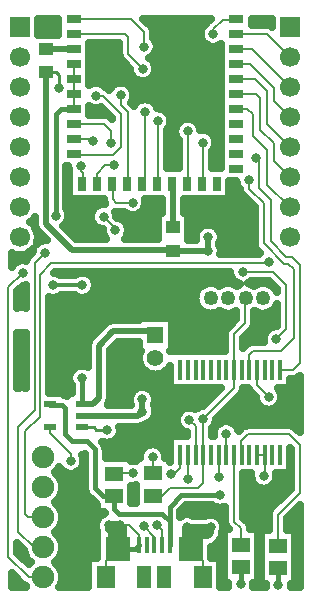
<source format=gbr>
G04 DipTrace 3.0.0.1*
G04 Top.gbr*
%MOIN*%
G04 #@! TF.FileFunction,Copper,L1,Top*
G04 #@! TF.Part,Single*
G04 #@! TA.AperFunction,Conductor*
%ADD10C,0.01*%
%ADD14C,0.016*%
%ADD15C,0.007*%
%ADD16C,0.015*%
G04 #@! TA.AperFunction,CopperBalancing*
%ADD17C,0.025*%
G04 #@! TA.AperFunction,Conductor*
%ADD18C,0.02*%
%ADD19C,0.014*%
%ADD20C,0.015748*%
%ADD21C,0.011*%
%ADD24R,0.059055X0.051181*%
G04 #@! TA.AperFunction,ComponentPad*
%ADD25R,0.066929X0.066929*%
%ADD26C,0.066929*%
%ADD27R,0.047244X0.03937*%
%ADD34R,0.05X0.027953*%
%ADD35R,0.027953X0.05*%
%ADD36R,0.015748X0.05315*%
%ADD37R,0.082677X0.07874*%
%ADD38R,0.062992X0.074803*%
%ADD39R,0.047244X0.074803*%
%ADD41R,0.043307X0.023622*%
G04 #@! TA.AperFunction,ComponentPad*
%ADD42C,0.074803*%
%ADD43R,0.055118X0.055118*%
%ADD44C,0.055118*%
%ADD45R,0.015748X0.070866*%
G04 #@! TA.AperFunction,ComponentPad*
%ADD47C,0.049213*%
G04 #@! TA.AperFunction,ViaPad*
%ADD48C,0.031496*%
%FSLAX26Y26*%
G04*
G70*
G90*
G75*
G01*
G04 Top*
%LPD*%
X744882Y463845D2*
D15*
Y516995D1*
X784252Y556365D1*
X1067717Y463845D2*
Y516995D1*
X1028347Y556365D1*
X784252D2*
D16*
X842323D1*
X855118Y569160D1*
D15*
Y605381D1*
X822572Y637927D1*
X794751D1*
X793570Y636746D1*
D17*
X755381D1*
X754462Y635827D1*
X784252Y556365D2*
Y627428D1*
X793570Y636746D1*
X754462Y635827D2*
Y625197D1*
X766667Y612992D1*
Y573950D1*
X784252Y556365D1*
Y585696D1*
X803675Y605118D1*
Y626641D1*
X793570Y636746D1*
X665355Y1001969D2*
D18*
X853675D1*
X867192Y1015486D1*
X866667Y1055774D2*
Y1016011D1*
X867192Y1015486D1*
X1274410Y870998D2*
D15*
Y802756D1*
X1271785Y800131D1*
X1248819Y870998D2*
X1274410D1*
X1069948Y991076D2*
Y871260D1*
X1069685Y870998D1*
X1028347Y556365D2*
D18*
Y619160D1*
X1016667Y630840D1*
X1028347Y556365D2*
Y614305D1*
X1044357Y630315D1*
X1093570D1*
X1094095Y629790D1*
X1028347Y556365D2*
Y582415D1*
X1009843Y600919D1*
Y624016D1*
X1016667Y630840D1*
X1028347Y556365D2*
Y591732D1*
X1050525Y613911D1*
X1078215D1*
X1094095Y629790D1*
X1028347Y556365D2*
Y566798D1*
X1060761Y599213D1*
X1085171D1*
X1096982Y611024D1*
Y626903D1*
X1094095Y629790D1*
X1016667Y630840D2*
X1093045D1*
X1172047Y1154462D2*
D15*
Y1093176D1*
X1069948Y991076D1*
X1172047Y1154462D2*
Y1273753D1*
X1210105Y1311811D1*
Y1392538D1*
X1210682Y1393116D1*
X568898Y1436221D2*
D19*
X666929D1*
X637795Y2024410D2*
D15*
Y2074410D1*
Y2124410D1*
Y2174410D1*
Y2024410D2*
D16*
X596326D1*
X578609Y2006693D1*
Y1668898D1*
X901444Y734646D2*
D15*
X931628D1*
X957481Y760499D1*
X1052756D1*
X1070079Y777822D1*
Y870604D1*
X1146457Y870998D2*
Y940945D1*
X957481Y569160D2*
D20*
Y603735D1*
D14*
Y649869D1*
X932677Y674672D1*
X789370D1*
X772179Y691864D1*
Y732940D1*
X771523Y733596D1*
X735171D1*
X709580Y759187D1*
Y889633D1*
X682152Y917061D1*
X633727D1*
X609580Y941208D1*
Y1027297D1*
X598163Y1038714D1*
X559711D1*
X559055Y1039370D1*
X1125328Y737533D2*
X996326D1*
X957481Y698688D1*
Y649869D1*
X1121654Y798688D2*
D15*
Y870210D1*
X1120866Y870998D1*
X835433Y810368D2*
X773491D1*
X771523Y808399D1*
X749607Y953675D2*
D10*
X712861D1*
X703937Y962599D1*
X667323D1*
X665355Y964567D1*
X901444Y809449D2*
D15*
X901313Y864567D1*
X559055Y964567D2*
Y942651D1*
X627822Y873885D1*
Y850000D1*
X545819Y2224771D2*
D18*
X637435D1*
X637795Y2224410D1*
X967848Y1630840D2*
Y1771916D1*
X964173Y1775591D1*
X545819Y2146030D2*
Y1640664D1*
X630971Y1555512D1*
X964436D1*
X967848Y1552100D1*
X587795Y2093963D2*
D21*
Y2137402D1*
X578478Y2146719D1*
X546508D1*
X545819Y2146030D1*
X1086352Y1596982D2*
D18*
Y1551444D1*
X1085958D1*
X967848Y1552100D2*
X1085302D1*
X534777Y563124D2*
D15*
X505906D1*
X453806Y615223D1*
Y964698D1*
X509318Y1020210D1*
Y1510893D1*
X542520Y1544095D1*
X702362Y1917454D2*
X695407Y1924410D1*
X637795D1*
X534777Y463124D2*
X488320D1*
X420473Y530971D1*
Y1429397D1*
X468767Y1477691D1*
X762467Y1910105D2*
Y1951444D1*
X738452Y1975460D1*
X638845D1*
X637795Y1974410D1*
X534777Y663124D2*
X486746D1*
X477166Y672704D1*
Y950000D1*
X524410Y997244D1*
Y1472310D1*
X563911Y1511811D1*
X1285565D1*
X1288320Y1514567D1*
X1103412Y2273753D2*
Y2291470D1*
X1134252Y2322310D1*
X1177034D1*
X1179134Y2324410D1*
X1200788Y1482152D2*
X1300656D1*
X1345670Y1437139D1*
Y1289764D1*
X1313517Y1257612D1*
X1319685Y438452D2*
D14*
Y491076D1*
X1318242Y492520D1*
X1194882Y496326D2*
Y440420D1*
X1318242Y567323D2*
D15*
Y672310D1*
X1391339Y745407D1*
Y904462D1*
X1356037Y939764D1*
X1218767D1*
X1196982Y917979D1*
Y871654D1*
X1197638Y870998D1*
X1194882Y571129D2*
Y626247D1*
X1172572Y648557D1*
Y871523D1*
X1172047Y870998D1*
X906299Y569160D2*
Y597507D1*
X871260Y632546D1*
X961811Y806431D2*
X971654D1*
X992782Y827559D1*
Y870858D1*
X992914Y870990D1*
X931890Y569160D2*
Y622179D1*
X916273Y637795D1*
X1018504Y790026D2*
Y870998D1*
X1044095D2*
Y966667D1*
X1023885Y986877D1*
X1248819Y1154462D2*
Y1102625D1*
X1287795Y1063649D1*
X1179134Y2274410D2*
X1281103D1*
X1358530Y2196982D1*
X1179134Y2224410D2*
X1231103D1*
X1358530Y2096982D1*
X1179134Y2174410D2*
X1225197D1*
X1304068Y2095538D1*
Y2051444D1*
X1358530Y1996982D1*
X1179134Y2124410D2*
X1242389D1*
X1281496Y2085302D1*
Y1974016D1*
X1358530Y1896982D1*
X1179134Y2074410D2*
X1247244D1*
X1259974Y2061680D1*
Y1954987D1*
X1304987Y1909974D1*
Y1850525D1*
X1358530Y1796982D1*
X1179134Y2024410D2*
X1217192D1*
X1235302Y2006299D1*
Y1935565D1*
X1283465Y1887402D1*
Y1772047D1*
X1358530Y1696982D1*
X834646Y1712205D2*
X780446D1*
X767454Y1725197D1*
Y1772310D1*
X764173Y1775591D1*
X772047Y1837402D2*
X743439D1*
X714173Y1808137D1*
Y1775591D1*
X662467Y1833465D2*
Y1817192D1*
X668373Y1811286D1*
Y1779790D1*
X664173Y1775591D1*
X776772Y1619948D2*
Y1625722D1*
X737533Y1664961D1*
X712599Y2068373D2*
X733990D1*
X795538Y2006824D1*
Y1897376D1*
X770210Y1872047D1*
X640158D1*
X637795Y1874410D1*
X794882Y2069423D2*
Y2037533D1*
X818767Y2013649D1*
Y1780184D1*
X814173Y1775591D1*
X875984Y2014305D2*
Y1787402D1*
X864173Y1775591D1*
X918373Y1983858D2*
Y1779790D1*
X914173Y1775591D1*
X1017454Y1949082D2*
Y1778872D1*
X1014173Y1775591D1*
X1067454Y1912336D2*
Y1778872D1*
X1064173Y1775591D1*
X665355Y1039370D2*
D14*
X665617Y1126903D1*
X665355Y1039370D2*
D18*
X701050D1*
X720998Y1059318D1*
Y1234777D1*
X769948Y1283727D1*
X898294D1*
X910368Y1271654D1*
X1325591Y1154462D2*
D15*
X1369292D1*
X1393045Y1178215D1*
Y1502887D1*
X1364961Y1530971D1*
X1346063D1*
X1293963Y1583071D1*
Y1722179D1*
X1254856Y1761286D1*
Y1852625D1*
X1246194Y1861286D1*
X872310Y2232152D2*
Y2279921D1*
X827428Y2324803D1*
X638189D1*
X637795Y2324410D1*
Y2274410D2*
X809843D1*
X820210Y2264042D1*
Y2206037D1*
X867979Y2158268D1*
X1222310Y1787008D2*
Y1758662D1*
X1270735Y1710236D1*
Y1575853D1*
X1337795Y1508793D1*
X1352494D1*
X1371785Y1489502D1*
Y1259055D1*
X1329528Y1216798D1*
X1234908D1*
X1222966Y1204856D1*
Y1154725D1*
X1223229Y1154462D1*
D48*
X568898Y1436221D3*
X666929D3*
X578609Y1668898D3*
X1146457Y940945D3*
X1125328Y737533D3*
X1121654Y798688D3*
X835433Y810368D3*
X749607Y953675D3*
X901313Y864567D3*
X627822Y850000D3*
X587795Y2093963D3*
X542520Y1544095D3*
X702362Y1917454D3*
X468767Y1477691D3*
X762467Y1910105D3*
X1288320Y1514567D3*
X1103412Y2273753D3*
X1200788Y1482152D3*
X1313517Y1257612D3*
X1319685Y438452D3*
X1194882Y440420D3*
X871260Y632546D3*
X961811Y806431D3*
X916273Y637795D3*
X1018504Y790026D3*
X1023885Y986877D3*
X1287795Y1063649D3*
X834646Y1712205D3*
X772047Y1837402D3*
X662467Y1833465D3*
X776772Y1619948D3*
X737533Y1664961D3*
X712599Y2068373D3*
X794882Y2069423D3*
X875984Y2014305D3*
X918373Y1983858D3*
X1017454Y1949082D3*
X1067454Y1912336D3*
X665617Y1126903D3*
X1246194Y1861286D3*
X872310Y2232152D3*
X867979Y2158268D3*
X1222310Y1787008D3*
X793570Y636746D3*
X754462Y635827D3*
X866667Y1055774D3*
X867192Y1015486D3*
X1271785Y800131D3*
X1069948Y991076D3*
X1016667Y630840D3*
X1094095Y629790D3*
X1086352Y1596982D3*
X1085958Y1551444D3*
X520884Y2299836D2*
D17*
X583804D1*
X897251D2*
X1067690D1*
X520884Y2274967D2*
X583804D1*
X904819D2*
X1058706D1*
X913071Y2250099D2*
X1065884D1*
X691782Y2225230D2*
X787710D1*
X916489D2*
X1125112D1*
X691782Y2200361D2*
X788247D1*
X902622D2*
X1125112D1*
X691782Y2175492D2*
X805825D1*
X909067D2*
X1125112D1*
X691782Y2150624D2*
X823940D1*
X912046D2*
X1125112D1*
X691782Y2125755D2*
X838491D1*
X897446D2*
X1125112D1*
X742075Y2100886D2*
X764175D1*
X825571D2*
X1125112D1*
X839097Y2076017D2*
X1125112D1*
X835483Y2051149D2*
X852839D1*
X899155D2*
X1125112D1*
X691782Y2026280D2*
X731167D1*
X918979D2*
X1125112D1*
X959311Y2001411D2*
X1125112D1*
X962485Y1976542D2*
X982827D1*
X1052085D2*
X1125112D1*
X950864Y1951673D2*
X972768D1*
X1085386D2*
X1125112D1*
X950864Y1926805D2*
X979067D1*
X1109653D2*
X1125178D1*
X950864Y1901936D2*
X984975D1*
X1110923D2*
X1125097D1*
X950864Y1877067D2*
X984975D1*
X1099936D2*
X1125112D1*
X950864Y1852198D2*
X984975D1*
X1099936D2*
X1125112D1*
X950864Y1827330D2*
X984975D1*
X1099936D2*
X1125112D1*
X1157163Y1777592D2*
X1178628D1*
X1157163Y1752723D2*
X1190395D1*
X1157163Y1727855D2*
X1208169D1*
X615122Y1702986D2*
X716616D1*
X878354D2*
X928872D1*
X1006870D2*
X1233071D1*
X622348Y1678117D2*
X694888D1*
X780161D2*
X807192D1*
X862095D2*
X928872D1*
X1006870D2*
X1238247D1*
X620347Y1653248D2*
X694448D1*
X805259D2*
X915249D1*
X1020493D2*
X1238247D1*
X612241Y1628379D2*
X713882D1*
X820688D2*
X915249D1*
X1020493D2*
X1055581D1*
X1117124D2*
X1238247D1*
X520493Y1603511D2*
X528872D1*
X637095D2*
X735366D1*
X818198D2*
X915249D1*
X1020493D2*
X1042104D1*
X1130600D2*
X1238247D1*
X1126889Y1578642D2*
X1238247D1*
X1130649Y1553773D2*
X1247866D1*
X433725Y1528904D2*
X482827D1*
X576206Y1479167D2*
X1156167D1*
X707602Y1454298D2*
X1166518D1*
X465415Y1429429D2*
X476808D1*
X711118D2*
X1056460D1*
X452964Y1404561D2*
X476821D1*
X697397D2*
X1042641D1*
X452964Y1379692D2*
X476821D1*
X556919D2*
X1043130D1*
X556919Y1354823D2*
X1058608D1*
X1304917D2*
X1313180D1*
X556919Y1329954D2*
X1177602D1*
X1242612D2*
X1313149D1*
X556919Y1305086D2*
X737173D1*
X966929D2*
X1158462D1*
X1241831D2*
X1313149D1*
X556919Y1280217D2*
X712319D1*
X966929D2*
X1140249D1*
X1223423D2*
X1275307D1*
X452964Y1255348D2*
X476821D1*
X556919D2*
X688345D1*
X966929D2*
X1139565D1*
X1204526D2*
X1268813D1*
X452964Y1230479D2*
X476821D1*
X556919D2*
X681997D1*
X770835D2*
X853823D1*
X966929D2*
X1139565D1*
X452964Y1205610D2*
X476821D1*
X556919D2*
X681997D1*
X759995D2*
X855337D1*
X452964Y1180742D2*
X476821D1*
X556919D2*
X681997D1*
X759995D2*
X855190D1*
X452964Y1155873D2*
X476821D1*
X556919D2*
X632388D1*
X759995D2*
X868472D1*
X452964Y1131004D2*
X476821D1*
X556919D2*
X621059D1*
X759995D2*
X956020D1*
X452964Y1106135D2*
X476821D1*
X556919D2*
X626333D1*
X759995D2*
X956020D1*
X1362485D2*
X1389126D1*
X556919Y1081267D2*
X628481D1*
X759995D2*
X830483D1*
X902866D2*
X1115200D1*
X1202085D2*
X1225259D1*
X1328696D2*
X1389126D1*
X759897Y1056398D2*
X821938D1*
X911411D2*
X1090347D1*
X1180210D2*
X1243667D1*
X1331919D2*
X1389126D1*
X908774Y1031529D2*
X1055239D1*
X1155307D2*
X1257827D1*
X1317759D2*
X1389126D1*
X911020Y1006660D2*
X984048D1*
X1130454D2*
X1389126D1*
X895200Y981792D2*
X979458D1*
X1113657D2*
X1133169D1*
X1159751D2*
X1389126D1*
X794223Y956923D2*
X991567D1*
X788413Y932054D2*
X956020D1*
X741782Y907185D2*
X956020D1*
X746567Y882316D2*
X860464D1*
X942173D2*
X956020D1*
X830063Y857448D2*
X842934D1*
X583042Y807710D2*
X672573D1*
X1205063D2*
X1227700D1*
X1315854D2*
X1358852D1*
X598081Y782841D2*
X672573D1*
X1205063D2*
X1230727D1*
X1312827D2*
X1358852D1*
X600962Y757973D2*
X672622D1*
X830063D2*
X842934D1*
X1205063D2*
X1358852D1*
X593686Y733104D2*
X684389D1*
X830063D2*
X842934D1*
X1205063D2*
X1334097D1*
X582554Y708235D2*
X709292D1*
X1205063D2*
X1309243D1*
X597886Y683366D2*
X713003D1*
X994468D2*
X1140054D1*
X1205063D2*
X1287856D1*
X1374204D2*
X1389096D1*
X601011Y658498D2*
X716323D1*
X1127573D2*
X1140073D1*
X1207554D2*
X1285757D1*
X1350718D2*
X1389126D1*
X593979Y633629D2*
X709780D1*
X1226450D2*
X1285757D1*
X1350718D2*
X1389126D1*
X582016Y608760D2*
X713930D1*
X1376792D2*
X1389116D1*
X597690Y583891D2*
X713930D1*
X1123960D2*
X1136379D1*
X1376792D2*
X1389116D1*
X452964Y559023D2*
X465097D1*
X601059D2*
X713930D1*
X1098667D2*
X1136343D1*
X1376792D2*
X1389116D1*
X462241Y534154D2*
X475306D1*
X594223D2*
X713930D1*
X1098667D2*
X1136343D1*
X1376792D2*
X1389116D1*
X581479Y509285D2*
X684389D1*
X1128208D2*
X1136386D1*
X1376792D2*
X1389116D1*
X597544Y484416D2*
X684389D1*
X1128208D2*
X1136386D1*
X1376792D2*
X1389116D1*
X433725Y459547D2*
X447018D1*
X601059D2*
X684389D1*
X1128208D2*
X1136386D1*
X1376792D2*
X1389116D1*
X433725Y434679D2*
X475063D1*
X594516D2*
X684389D1*
X1128208D2*
X1150503D1*
X1239243D2*
X1275112D1*
X1364243D2*
X1389126D1*
X744059Y860490D2*
X827550D1*
Y851847D1*
X835433Y852616D1*
X842042Y852096D1*
X845408Y851417D1*
X845416Y861540D1*
X859137D1*
X859195Y867882D1*
X860232Y874430D1*
X862280Y880735D1*
X865290Y886642D1*
X869187Y892005D1*
X873875Y896693D1*
X879238Y900590D1*
X885145Y903599D1*
X891450Y905648D1*
X897998Y906685D1*
X904627D1*
X911175Y905648D1*
X917480Y903599D1*
X923387Y900590D1*
X928750Y896693D1*
X933438Y892005D1*
X937335Y886642D1*
X940345Y880735D1*
X942393Y874430D1*
X943430Y867882D1*
X943442Y861550D1*
X957471Y861540D1*
Y848502D1*
X958535Y848550D1*
X958540Y932923D1*
X1014062Y932930D1*
X1014022Y945796D1*
X1007717Y947845D1*
X1001810Y950854D1*
X996447Y954751D1*
X991759Y959439D1*
X987862Y964802D1*
X984853Y970709D1*
X982804Y977014D1*
X981767Y983562D1*
Y990192D1*
X982804Y996739D1*
X984853Y1003044D1*
X987862Y1008951D1*
X991759Y1014315D1*
X996447Y1019003D1*
X1001810Y1022899D1*
X1007717Y1025909D1*
X1014022Y1027958D1*
X1020570Y1028995D1*
X1027199D1*
X1033747Y1027958D1*
X1040052Y1025909D1*
X1043687Y1024172D1*
X1050768Y1028720D1*
X1056892Y1031257D1*
X1063339Y1032804D1*
X1069753Y1033317D1*
X1128940Y1092495D1*
X958540Y1092529D1*
X958535Y1168371D1*
X954102Y1161138D1*
X948593Y1154688D1*
X942143Y1149179D1*
X934910Y1144747D1*
X927073Y1141500D1*
X918824Y1139520D1*
X910368Y1138855D1*
X901911Y1139520D1*
X893662Y1141500D1*
X885825Y1144747D1*
X878593Y1149179D1*
X872142Y1154688D1*
X866633Y1161138D1*
X862201Y1168371D1*
X858954Y1176208D1*
X856974Y1184457D1*
X856309Y1192914D1*
X856974Y1201370D1*
X858954Y1209619D1*
X862274Y1217586D1*
X856309Y1217594D1*
Y1247233D1*
X785062Y1247227D1*
X757467Y1219628D1*
X757385Y1056454D1*
X756489Y1050797D1*
X754719Y1045350D1*
X752113Y1040237D1*
X752855Y1038469D1*
X828099D1*
X825586Y1045912D1*
X824549Y1052460D1*
Y1059089D1*
X825586Y1065637D1*
X827635Y1071942D1*
X830645Y1077849D1*
X834541Y1083212D1*
X839229Y1087900D1*
X844592Y1091797D1*
X850499Y1094807D1*
X856804Y1096855D1*
X863352Y1097892D1*
X869982D1*
X876529Y1096855D1*
X882835Y1094807D1*
X888741Y1091797D1*
X894105Y1087900D1*
X898793Y1083212D1*
X902689Y1077849D1*
X905699Y1071942D1*
X907748Y1065637D1*
X908785Y1059089D1*
Y1052460D1*
X907748Y1045912D1*
X905699Y1039607D1*
X904051Y1036131D1*
X907372Y1028541D1*
X908920Y1022095D1*
X909440Y1015486D1*
X908920Y1008877D1*
X907372Y1002430D1*
X904835Y996306D1*
X901371Y990653D1*
X897066Y985612D1*
X892025Y981306D1*
X886372Y977843D1*
X880247Y975306D1*
X877380Y974214D1*
X872746Y970847D1*
X867643Y968247D1*
X862196Y966477D1*
X856539Y965581D1*
X790149Y965469D1*
X791724Y956989D1*
Y950360D1*
X790687Y943812D1*
X788639Y937507D1*
X785629Y931600D1*
X781732Y926237D1*
X777044Y921549D1*
X771681Y917652D1*
X765774Y914643D1*
X759469Y912594D1*
X752921Y911557D1*
X746292D1*
X739744Y912594D1*
X733286Y914713D1*
X737491Y909911D1*
X740320Y905295D1*
X742392Y900294D1*
X743656Y895030D1*
X744080Y889633D1*
Y860482D1*
X827550Y768841D2*
Y709173D1*
X845376Y709172D1*
X845296Y769287D1*
X838748Y768250D1*
X832119D1*
X827541Y768895D1*
X739318Y681505D2*
X715495D1*
Y705285D1*
X710776Y709201D1*
X683346Y736781D1*
X680164Y741160D1*
X677706Y745984D1*
X676033Y751133D1*
X675187Y756480D1*
X675080Y875349D1*
X665465Y869180D1*
X668002Y863056D1*
X669550Y856609D1*
X670070Y850000D1*
X669550Y843391D1*
X668002Y836945D1*
X665465Y830820D1*
X662001Y825167D1*
X657696Y820126D1*
X652655Y815821D1*
X647002Y812357D1*
X640877Y809820D1*
X634431Y808272D1*
X627822Y807752D1*
X621213Y808272D1*
X614766Y809820D1*
X608642Y812357D1*
X602989Y815821D1*
X597948Y820126D1*
X593642Y825167D1*
X590065Y831067D1*
X583368Y821623D1*
X576278Y814532D1*
X574539Y813161D1*
X579962Y808309D1*
X586475Y800684D1*
X591714Y792134D1*
X595551Y782870D1*
X597892Y773120D1*
X598679Y763124D1*
X597892Y753127D1*
X595551Y743377D1*
X591714Y734113D1*
X586475Y725563D1*
X579962Y717938D1*
X574539Y713161D1*
X579962Y708309D1*
X586475Y700684D1*
X591714Y692134D1*
X595551Y682870D1*
X597892Y673120D1*
X598679Y663124D1*
X597892Y653127D1*
X595551Y643377D1*
X591714Y634113D1*
X586475Y625563D1*
X579962Y617938D1*
X574539Y613161D1*
X579962Y608309D1*
X586475Y600684D1*
X591714Y592134D1*
X595551Y582870D1*
X597892Y573120D1*
X598679Y563124D1*
X597892Y553127D1*
X595551Y543377D1*
X591714Y534113D1*
X586475Y525563D1*
X579962Y517938D1*
X574539Y513161D1*
X579962Y508309D1*
X586475Y500684D1*
X591714Y492134D1*
X595551Y482870D1*
X597892Y473120D1*
X598679Y463124D1*
X597892Y453127D1*
X595551Y443377D1*
X591714Y434113D1*
X590076Y431189D1*
X686914Y431201D1*
X686886Y527747D1*
X716414Y527995D1*
Y616627D1*
X713381Y625964D1*
X712344Y632512D1*
Y639142D1*
X713381Y645690D1*
X715430Y651995D1*
X718440Y657902D1*
X722336Y663265D1*
X727024Y667953D1*
X732388Y671849D1*
X738295Y674859D1*
X741439Y676201D1*
X739364Y681213D1*
X1151355Y623219D2*
X1155505D1*
X1148302Y630923D1*
X1144856Y637076D1*
X1142942Y643864D1*
X1142572Y648557D1*
Y698996D1*
X1135191Y696452D1*
X1128643Y695415D1*
X1122014D1*
X1115466Y696452D1*
X1109161Y698501D1*
X1103254Y701511D1*
X1100328Y703033D1*
X1010631D1*
X991960Y684377D1*
X991981Y665143D1*
X997487Y668483D1*
X1003612Y671020D1*
X1010058Y672568D1*
X1016667Y673088D1*
X1023276Y672568D1*
X1029722Y671020D1*
X1035847Y668483D1*
X1037893Y667337D1*
X1074914Y667434D1*
X1081039Y669971D1*
X1087486Y671518D1*
X1094095Y672038D1*
X1100704Y671518D1*
X1107150Y669971D1*
X1113275Y667434D1*
X1118927Y663970D1*
X1123969Y659664D1*
X1128274Y654623D1*
X1131738Y648970D1*
X1134275Y642846D1*
X1135823Y636399D1*
X1136343Y629790D1*
X1135823Y623181D1*
X1134275Y616735D1*
X1133481Y614583D1*
X1133033Y605314D1*
X1131696Y599745D1*
X1129504Y594453D1*
X1126511Y589570D1*
X1122791Y585214D1*
X1108876Y571458D1*
X1104242Y568091D1*
X1099139Y565491D1*
X1096439Y564496D1*
X1096185Y534735D1*
Y527753D1*
X1125713Y527747D1*
Y431214D1*
X1153613Y431201D1*
X1152634Y440420D1*
X1152824Y444237D1*
X1138855Y444235D1*
Y623219D1*
X1151355D1*
X1224841D2*
X1250910D1*
Y444235D1*
X1236994D1*
X1237000Y437105D1*
X1236092Y431206D1*
X1278027Y431201D1*
X1277437Y438452D1*
X1277515Y440433D1*
X1262214Y440429D1*
Y619413D1*
X1288240D1*
X1288334Y674664D1*
X1289710Y681580D1*
X1292662Y687985D1*
X1297035Y693529D1*
X1361339Y757907D1*
X1361287Y892088D1*
X1359940Y893434D1*
X1359965Y809064D1*
X1313041D1*
X1313903Y803446D1*
Y796817D1*
X1312866Y790269D1*
X1310817Y783964D1*
X1307807Y778057D1*
X1303911Y772694D1*
X1299223Y768006D1*
X1293860Y764109D1*
X1287953Y761099D1*
X1281648Y759051D1*
X1275100Y758014D1*
X1268470D1*
X1261922Y759051D1*
X1255617Y761099D1*
X1249710Y764109D1*
X1244347Y768006D1*
X1239659Y772694D1*
X1235763Y778057D1*
X1232753Y783964D1*
X1230704Y790269D1*
X1229667Y796817D1*
Y803446D1*
X1230520Y809066D1*
X1202572Y809023D1*
X1202624Y660931D1*
X1217694Y645730D1*
X1221612Y639867D1*
X1224053Y633250D1*
X1224882Y626247D1*
Y623171D1*
X1348201Y619413D2*
X1374269D1*
Y440429D1*
X1361916D1*
X1361413Y431843D1*
X1361284Y431194D1*
X1391601Y431201D1*
X1391634Y703320D1*
X1348242Y659810D1*
Y619429D1*
X518364Y2324671D2*
Y2270960D1*
X586273Y2270955D1*
X586296Y2324705D1*
X518343D1*
X509313Y1665329D2*
X503997Y1658038D1*
X497343Y1651384D1*
X491459Y1647008D1*
X497343Y1642579D1*
X503997Y1635926D1*
X509527Y1628313D1*
X513799Y1619929D1*
X516707Y1610980D1*
X518179Y1601687D1*
Y1592277D1*
X516707Y1582983D1*
X514378Y1575605D1*
X520445Y1580117D1*
X526352Y1583127D1*
X532657Y1585175D1*
X539205Y1586212D1*
X545835D1*
X549039Y1585833D1*
X518064Y1616959D1*
X514698Y1621593D1*
X512097Y1626696D1*
X510327Y1632143D1*
X509432Y1637800D1*
X509319Y1665322D1*
X501937Y1555810D2*
X497343Y1551384D1*
X489731Y1545854D1*
X481347Y1541582D1*
X472398Y1538674D1*
X463104Y1537202D1*
X453694D1*
X444401Y1538674D1*
X435452Y1541582D1*
X431193Y1543545D1*
X431201Y1497019D1*
X434587Y1502523D1*
X438893Y1507564D1*
X443934Y1511870D1*
X449586Y1515334D1*
X455711Y1517871D1*
X462158Y1519418D1*
X468767Y1519939D1*
X475376Y1519418D1*
X480238Y1518317D1*
X482588Y1524512D1*
X486506Y1530376D1*
X500292Y1544294D1*
X500792Y1550704D1*
X501949Y1555766D1*
X1298566Y2298785D2*
Y2324664D1*
X1230648Y2324705D1*
X1230634Y2304388D1*
X1283456Y2304317D1*
X1290373Y2302941D1*
X1296785Y2299984D1*
X930226Y1677025D2*
X931349D1*
X931348Y1724053D1*
X875207Y1724091D1*
X876764Y1715520D1*
Y1708890D1*
X875727Y1702342D1*
X873678Y1696037D1*
X870668Y1690130D1*
X866772Y1684767D1*
X862084Y1680079D1*
X856720Y1676183D1*
X850814Y1673173D1*
X844508Y1671124D1*
X837961Y1670087D1*
X831331D1*
X824783Y1671124D1*
X818478Y1673173D1*
X812571Y1676183D1*
X807208Y1680079D1*
X804915Y1682199D1*
X778083Y1682298D1*
X776565Y1681128D1*
X778614Y1674823D1*
X779651Y1668276D1*
X779773Y1665155D1*
X783381Y1661676D1*
X789827Y1660128D1*
X795952Y1657591D1*
X801605Y1654127D1*
X806646Y1649822D1*
X810951Y1644780D1*
X814415Y1639128D1*
X816952Y1633003D1*
X818500Y1626557D1*
X819020Y1619948D1*
X818500Y1613339D1*
X816952Y1606892D1*
X814415Y1600768D1*
X810951Y1595115D1*
X808431Y1592005D1*
X917739Y1592012D1*
X917726Y1677025D1*
X930226D1*
X1004396D2*
X1017970D1*
Y1588568D1*
X1044948Y1588600D1*
X1044104Y1596982D1*
X1044624Y1603591D1*
X1046172Y1610037D1*
X1048709Y1616162D1*
X1052173Y1621815D1*
X1056478Y1626856D1*
X1061519Y1631161D1*
X1067172Y1634625D1*
X1073297Y1637162D1*
X1079743Y1638710D1*
X1086352Y1639230D1*
X1092961Y1638710D1*
X1099407Y1637162D1*
X1105532Y1634625D1*
X1111185Y1631161D1*
X1116226Y1626856D1*
X1120531Y1621815D1*
X1123995Y1616162D1*
X1126532Y1610037D1*
X1128080Y1603591D1*
X1128600Y1596982D1*
X1128080Y1590373D1*
X1126532Y1583926D1*
X1123995Y1577802D1*
X1122849Y1575755D1*
X1123601Y1570624D1*
X1126138Y1564499D1*
X1127686Y1558053D1*
X1128206Y1551444D1*
X1127686Y1544835D1*
X1127087Y1541823D1*
X1256195Y1542005D1*
X1259103Y1545048D1*
X1246465Y1558220D1*
X1243019Y1564373D1*
X1241104Y1571160D1*
X1240735Y1575853D1*
X1240683Y1697862D1*
X1199498Y1739178D1*
X1195580Y1745042D1*
X1193139Y1751658D1*
X1192402Y1756317D1*
X1186288Y1764934D1*
X1183278Y1770840D1*
X1181229Y1777145D1*
X1180182Y1783939D1*
X1154609Y1783933D1*
X1154650Y1724091D1*
X1004308D1*
X1004348Y1677043D1*
X450471Y1093349D2*
X456345Y1095226D1*
X463198Y1096311D1*
X470136D1*
X476989Y1095226D1*
X479325Y1094567D1*
X479318Y1277583D1*
X473584Y1276276D1*
X466667Y1275731D1*
X459750Y1276276D1*
X453003Y1277895D1*
X450471Y1278829D1*
X450473Y1093410D1*
X450471Y1361066D2*
X456345Y1362943D1*
X463198Y1364028D1*
X470136D1*
X476989Y1362943D1*
X479325Y1362284D1*
X479318Y1436763D1*
X472081Y1435573D1*
X468961Y1435450D1*
X450473Y1416897D1*
Y1361086D1*
X1112188Y990882D2*
X1111676Y984467D1*
X1110128Y978021D1*
X1107591Y971896D1*
X1104127Y966244D1*
X1099954Y961345D1*
X1099948Y932922D1*
X1104060Y932882D1*
X1104729Y934336D1*
X1104209Y940945D1*
X1104729Y947554D1*
X1106277Y954000D1*
X1108814Y960125D1*
X1112278Y965778D1*
X1116583Y970819D1*
X1121624Y975124D1*
X1127277Y978588D1*
X1133402Y981125D1*
X1139848Y982673D1*
X1146457Y983193D1*
X1153066Y982673D1*
X1159512Y981125D1*
X1165637Y978588D1*
X1171290Y975124D1*
X1176331Y970819D1*
X1180636Y965778D1*
X1184100Y960125D1*
X1186637Y954000D1*
X1187506Y950920D1*
X1199283Y962576D1*
X1205147Y966494D1*
X1211763Y968935D1*
X1218767Y969764D1*
X1358391Y969672D1*
X1365307Y968296D1*
X1371712Y965343D1*
X1377250Y960977D1*
X1391648Y946580D1*
X1391634Y1134375D1*
X1386925Y1130192D1*
X1380772Y1126746D1*
X1373985Y1124831D1*
X1369292Y1124462D1*
X1359965D1*
Y1092529D1*
X1318603D1*
X1323818Y1085723D1*
X1326828Y1079816D1*
X1328876Y1073511D1*
X1329913Y1066963D1*
Y1060334D1*
X1328876Y1053786D1*
X1326828Y1047481D1*
X1323818Y1041574D1*
X1319921Y1036211D1*
X1315233Y1031523D1*
X1309870Y1027626D1*
X1303963Y1024616D1*
X1297658Y1022568D1*
X1291110Y1021531D1*
X1284481D1*
X1277933Y1022568D1*
X1271628Y1024616D1*
X1265721Y1027626D1*
X1260358Y1031523D1*
X1255670Y1036211D1*
X1251773Y1041574D1*
X1248763Y1047481D1*
X1246715Y1053786D1*
X1245678Y1060334D1*
X1245555Y1063454D1*
X1226007Y1083141D1*
X1222089Y1089005D1*
X1221100Y1091153D1*
X1219512Y1092529D1*
X1202076D1*
X1201219Y1086173D1*
X1198778Y1079556D1*
X1194860Y1073693D1*
X1112227Y990929D1*
X1127646Y2233933D2*
X1127634Y2239158D1*
X1122592Y2236110D1*
X1116468Y2233573D1*
X1110021Y2232026D1*
X1103412Y2231505D1*
X1096803Y2232026D1*
X1090357Y2233573D1*
X1084232Y2236110D1*
X1078580Y2239574D1*
X1073538Y2243880D1*
X1069233Y2248921D1*
X1065769Y2254573D1*
X1063232Y2260698D1*
X1061684Y2267144D1*
X1061164Y2273753D1*
X1061684Y2280363D1*
X1063232Y2286809D1*
X1065769Y2292934D1*
X1069233Y2298586D1*
X1073538Y2303627D1*
X1078081Y2307540D1*
X1082199Y2312683D1*
X1094249Y2324733D1*
X869906Y2324705D1*
X895122Y2299405D1*
X899040Y2293541D1*
X901481Y2286925D1*
X902310Y2279921D1*
Y2261904D1*
X906489Y2256985D1*
X909953Y2251333D1*
X912490Y2245208D1*
X914038Y2238761D1*
X914558Y2232152D1*
X914038Y2225543D1*
X912490Y2219097D1*
X909953Y2212972D1*
X906489Y2207320D1*
X902184Y2202279D1*
X897143Y2197973D1*
X890466Y2194037D1*
X895417Y2190394D1*
X900105Y2185706D1*
X904002Y2180342D1*
X907011Y2174436D1*
X909060Y2168131D1*
X910097Y2161583D1*
Y2154953D1*
X909060Y2148405D1*
X907011Y2142100D1*
X904002Y2136193D1*
X900105Y2130830D1*
X895417Y2126142D1*
X890054Y2122246D1*
X884147Y2119236D1*
X877842Y2117187D1*
X871294Y2116150D1*
X864664D1*
X858117Y2117187D1*
X851812Y2119236D1*
X845905Y2122246D1*
X840541Y2126142D1*
X835854Y2130830D1*
X831957Y2136193D1*
X828947Y2142100D1*
X826899Y2148405D1*
X825861Y2154953D1*
X825739Y2158074D1*
X797398Y2186553D1*
X793480Y2192417D1*
X791039Y2199034D1*
X790210Y2206037D1*
Y2244367D1*
X689286Y2244410D1*
X689296Y2103606D1*
X696431Y2107405D1*
X702736Y2109454D1*
X709284Y2110491D1*
X715913D1*
X722461Y2109454D1*
X728766Y2107405D1*
X734673Y2104395D1*
X740037Y2100499D1*
X743924Y2096677D1*
X749665Y2093952D1*
X755203Y2089586D1*
X756895Y2087894D1*
X760703Y2094256D1*
X765008Y2099297D1*
X770049Y2103602D1*
X775702Y2107066D1*
X781827Y2109603D1*
X788273Y2111151D1*
X794882Y2111671D1*
X801491Y2111151D1*
X807937Y2109603D1*
X814062Y2107066D1*
X819715Y2103602D1*
X824756Y2099297D1*
X829061Y2094256D1*
X832525Y2088603D1*
X835062Y2082478D1*
X836610Y2076032D1*
X837130Y2069423D1*
X836610Y2062814D1*
X835062Y2056367D1*
X832525Y2050243D1*
X829544Y2045312D1*
X839422Y2035419D1*
X843859Y2041743D1*
X848547Y2046430D1*
X853910Y2050327D1*
X859817Y2053337D1*
X866122Y2055385D1*
X872670Y2056422D1*
X879299D1*
X885847Y2055385D1*
X892152Y2053337D1*
X898059Y2050327D1*
X903422Y2046430D1*
X908110Y2041743D1*
X912007Y2036379D1*
X915017Y2030472D1*
X916527Y2026075D1*
X924982Y2025586D1*
X931428Y2024039D1*
X937553Y2021502D1*
X943206Y2018038D1*
X948247Y2013732D1*
X952552Y2008691D1*
X956016Y2003039D1*
X958553Y1996914D1*
X960101Y1990468D1*
X960621Y1983858D1*
X960101Y1977249D1*
X958553Y1970803D1*
X956016Y1964678D1*
X952552Y1959026D1*
X948379Y1954127D1*
X948373Y1827071D1*
X987418Y1827091D1*
X987454Y1919350D1*
X983275Y1924249D1*
X979811Y1929901D1*
X977274Y1936026D1*
X975726Y1942473D1*
X975206Y1949082D1*
X975726Y1955691D1*
X977274Y1962137D1*
X979811Y1968262D1*
X983275Y1973914D1*
X987580Y1978955D1*
X992622Y1983261D1*
X998274Y1986725D1*
X1004399Y1989262D1*
X1010845Y1990809D1*
X1017454Y1991330D1*
X1024063Y1990809D1*
X1030510Y1989262D1*
X1036634Y1986725D1*
X1042287Y1983261D1*
X1047328Y1978955D1*
X1051634Y1973914D1*
X1055098Y1968262D1*
X1057635Y1962137D1*
X1059406Y1953799D1*
X1067454Y1954584D1*
X1074063Y1954064D1*
X1080510Y1952516D1*
X1086634Y1949979D1*
X1092287Y1946516D1*
X1097328Y1942210D1*
X1101634Y1937169D1*
X1105098Y1931516D1*
X1107635Y1925392D1*
X1109182Y1918945D1*
X1109702Y1912336D1*
X1109182Y1905727D1*
X1107635Y1899281D1*
X1105098Y1893156D1*
X1101634Y1887503D1*
X1097460Y1882605D1*
X1097454Y1827131D1*
X1127652Y1827091D1*
X1127634Y2233982D1*
X737511Y1724091D2*
X623697D1*
X623435Y1817297D1*
X621387Y1823602D1*
X620350Y1830150D1*
X620238Y1833944D1*
X612587Y1833933D1*
X612789Y1693731D1*
X616252Y1688078D1*
X618789Y1681953D1*
X620337Y1675507D1*
X620857Y1668898D1*
X620337Y1662289D1*
X618789Y1655842D1*
X616252Y1649718D1*
X612789Y1644065D1*
X608483Y1639024D1*
X603410Y1634697D1*
X646103Y1592000D1*
X745083Y1592012D1*
X740749Y1597873D1*
X737740Y1603780D1*
X735691Y1610085D1*
X734654Y1616633D1*
X734636Y1622809D1*
X727670Y1623880D1*
X721365Y1625929D1*
X715458Y1628938D1*
X710095Y1632835D1*
X705407Y1637523D1*
X701511Y1642886D1*
X698501Y1648793D1*
X696452Y1655098D1*
X695415Y1661646D1*
Y1668276D1*
X696452Y1674823D1*
X698501Y1681128D1*
X701511Y1687035D1*
X705407Y1692399D1*
X710095Y1697086D1*
X715458Y1700983D1*
X721365Y1703993D1*
X727670Y1706042D1*
X734218Y1707079D1*
X740848D1*
X743820Y1706727D1*
X740724Y1711577D1*
X738283Y1718194D1*
X737546Y1722852D1*
X689296Y2033099D2*
Y2005462D1*
X740805Y2005367D1*
X747722Y2003991D1*
X754127Y2001039D1*
X759665Y1996673D1*
X765569Y1990769D1*
X765486Y1994450D1*
X730027Y2029909D1*
X722461Y2027292D1*
X715913Y2026255D1*
X709284D1*
X702736Y2027292D1*
X696431Y2029341D1*
X689285Y2033178D1*
X629701Y1077681D2*
X630922D1*
X631044Y1102608D1*
X627974Y1107723D1*
X625437Y1113848D1*
X623889Y1120294D1*
X623369Y1126903D1*
X623889Y1133512D1*
X625437Y1139958D1*
X627974Y1146083D1*
X631438Y1151736D1*
X635743Y1156777D1*
X640784Y1161082D1*
X646437Y1164546D1*
X652562Y1167083D1*
X659008Y1168631D1*
X665617Y1169151D1*
X672226Y1168631D1*
X678672Y1167083D1*
X684503Y1164682D1*
X684610Y1237641D1*
X685506Y1243298D1*
X687276Y1248745D1*
X689876Y1253848D1*
X693243Y1258482D1*
X744138Y1309537D1*
X748493Y1313256D1*
X753377Y1316249D1*
X758669Y1318441D1*
X764238Y1319778D1*
X769959Y1320227D1*
X856325D1*
X856309Y1325712D1*
X964427D1*
Y1217594D1*
X958535Y1217456D1*
X959028Y1216387D1*
X1142019Y1216395D1*
X1142140Y1276107D1*
X1143516Y1283024D1*
X1146468Y1289428D1*
X1150834Y1294967D1*
X1180105Y1324311D1*
Y1349946D1*
X1172366Y1345900D1*
X1164739Y1343421D1*
X1156818Y1342167D1*
X1148799D1*
X1140878Y1343421D1*
X1133251Y1345900D1*
X1126106Y1349540D1*
X1123903Y1351012D1*
X1118136Y1347580D1*
X1110727Y1344511D1*
X1102929Y1342639D1*
X1094934Y1342009D1*
X1086940Y1342639D1*
X1079142Y1344511D1*
X1071733Y1347580D1*
X1064895Y1351770D1*
X1058797Y1356978D1*
X1053589Y1363076D1*
X1049398Y1369914D1*
X1046329Y1377323D1*
X1044457Y1385121D1*
X1043828Y1393116D1*
X1044457Y1401110D1*
X1046329Y1408908D1*
X1049398Y1416317D1*
X1053589Y1423155D1*
X1058797Y1429253D1*
X1064895Y1434461D1*
X1071733Y1438652D1*
X1079142Y1441721D1*
X1086940Y1443593D1*
X1094934Y1444222D1*
X1102929Y1443593D1*
X1110727Y1441721D1*
X1118136Y1438652D1*
X1123840Y1435219D1*
X1129607Y1438652D1*
X1137016Y1441721D1*
X1144814Y1443593D1*
X1152808Y1444222D1*
X1160803Y1443593D1*
X1168601Y1441721D1*
X1176010Y1438652D1*
X1181714Y1435219D1*
X1187481Y1438652D1*
X1192287Y1440760D1*
X1184620Y1443120D1*
X1178713Y1446130D1*
X1173350Y1450027D1*
X1168662Y1454715D1*
X1164765Y1460078D1*
X1161756Y1465985D1*
X1159707Y1472290D1*
X1158670Y1478838D1*
X1158553Y1481803D1*
X576285Y1481759D1*
X572798Y1478272D1*
X578760Y1477301D1*
X585065Y1475253D1*
X590972Y1472243D1*
X594596Y1469718D1*
X641212Y1469721D1*
X647749Y1473864D1*
X653874Y1476401D1*
X660320Y1477949D1*
X666929Y1478469D1*
X673538Y1477949D1*
X679985Y1476401D1*
X686110Y1473864D1*
X691762Y1470400D1*
X696803Y1466095D1*
X701109Y1461053D1*
X704573Y1455401D1*
X707110Y1449276D1*
X708657Y1442830D1*
X709177Y1436221D1*
X708657Y1429612D1*
X707110Y1423165D1*
X704573Y1417040D1*
X701109Y1411388D1*
X696803Y1406347D1*
X691762Y1402041D1*
X686110Y1398577D1*
X679985Y1396040D1*
X673538Y1394493D1*
X666929Y1393973D1*
X660320Y1394493D1*
X653874Y1396040D1*
X647749Y1398577D1*
X641232Y1402723D1*
X594615Y1402721D1*
X588078Y1398577D1*
X581953Y1396040D1*
X575507Y1394493D1*
X568898Y1393973D1*
X562289Y1394493D1*
X554420Y1396565D1*
X554410Y1077730D1*
X607209Y1077681D1*
Y1071968D1*
X613826Y1069454D1*
X616198Y1068124D1*
X617201Y1077681D1*
X629701D1*
X495016Y513161D2*
X489592Y517938D1*
X483080Y525563D1*
X477840Y534113D1*
X474003Y543377D1*
X471662Y553127D1*
X471420Y555171D1*
X450477Y576126D1*
X450525Y543346D1*
X487641Y506230D1*
X495016Y513086D1*
X479478Y431189D2*
X477340Y435199D1*
X472645Y437544D1*
X467107Y441910D1*
X431234Y477784D1*
X431201Y431199D1*
X479394Y431201D1*
X476840Y435407D1*
X470687Y438853D1*
X467101Y441917D1*
X1315674Y1373345D2*
X1312132Y1366413D1*
X1307418Y1359925D1*
X1301747Y1354254D1*
X1295259Y1349540D1*
X1288114Y1345900D1*
X1280487Y1343421D1*
X1272566Y1342167D1*
X1264547D1*
X1256626Y1343421D1*
X1248999Y1345900D1*
X1241854Y1349540D1*
X1240094Y1350716D1*
X1240013Y1309457D1*
X1238637Y1302541D1*
X1235684Y1296136D1*
X1231318Y1290598D1*
X1202047Y1261253D1*
Y1226341D1*
X1215425Y1239610D1*
X1221289Y1243528D1*
X1227905Y1245969D1*
X1234908Y1246798D1*
X1272652D1*
X1271399Y1254297D1*
Y1260927D1*
X1272437Y1267474D1*
X1274485Y1273779D1*
X1277495Y1279686D1*
X1281392Y1285050D1*
X1286079Y1289737D1*
X1291443Y1293634D1*
X1297350Y1296644D1*
X1303655Y1298692D1*
X1310203Y1299730D1*
X1313323Y1299852D1*
X1315669Y1302264D1*
Y1373309D1*
X1239651Y1435219D2*
X1245355Y1438652D1*
X1252764Y1441721D1*
X1260562Y1443593D1*
X1268557Y1444222D1*
X1276551Y1443593D1*
X1284349Y1441721D1*
X1291758Y1438652D1*
X1298596Y1434461D1*
X1304694Y1429253D1*
X1309902Y1423155D1*
X1314093Y1416317D1*
X1315674Y1412887D1*
X1315617Y1424765D1*
X1288156Y1452152D1*
X1230490D1*
X1225620Y1447973D1*
X1218144Y1443668D1*
X1226475Y1441721D1*
X1233884Y1438652D1*
X1239588Y1435219D1*
D24*
X771523Y808399D3*
Y733596D3*
X901444Y734646D3*
Y809449D3*
X1194882Y571129D3*
Y496326D3*
X1318242Y567323D3*
Y492520D3*
D25*
X458399Y2296982D3*
D26*
Y2196982D3*
Y2096982D3*
Y1996982D3*
Y1896982D3*
Y1796982D3*
Y1696982D3*
Y1596982D3*
D25*
X1358530Y2296982D3*
D26*
Y2196982D3*
Y2096982D3*
Y1996982D3*
Y1896982D3*
Y1796982D3*
Y1696982D3*
Y1596982D3*
D27*
X545819Y2224771D3*
Y2146030D3*
X967848Y1630840D3*
Y1552100D3*
D34*
X1179134Y2324410D3*
Y2274410D3*
Y2224410D3*
Y2174410D3*
Y2124410D3*
Y2074410D3*
Y2024410D3*
Y1974410D3*
Y1924410D3*
Y1874410D3*
Y1824410D3*
D35*
X1114173Y1775591D3*
X1064173D3*
X1014173D3*
X964173D3*
X914173D3*
X864173D3*
X814173D3*
X764173D3*
X714173D3*
X664173D3*
D34*
X637795Y1874410D3*
Y1924410D3*
Y1974410D3*
Y2024410D3*
Y2074410D3*
Y2124410D3*
Y2174410D3*
Y2224410D3*
Y2274410D3*
Y2324410D3*
D36*
X957481Y569160D3*
X931890D3*
X906299D3*
X880709D3*
X855118D3*
D37*
X1028347Y556365D3*
X784252D3*
D38*
X1067717Y463845D3*
X744882D3*
D39*
X939764D3*
X872835D3*
D41*
X665355Y964567D3*
Y1001969D3*
Y1039370D3*
X559055D3*
Y964567D3*
D42*
X534777Y863124D3*
Y763124D3*
Y663124D3*
Y563124D3*
Y463124D3*
D43*
X910368Y1271654D3*
D44*
Y1192914D3*
D45*
X1325591Y1154462D3*
X1300000D3*
X1274410D3*
X1248819D3*
X1223229D3*
X1197638D3*
X1172047D3*
X1146457D3*
X1120866D3*
X1095276D3*
X1069685D3*
X1044095D3*
X1018504D3*
X992914D3*
Y870990D3*
X1018504Y870998D3*
X1044095D3*
X1069685D3*
X1095276D3*
X1120866D3*
X1146457D3*
X1172047D3*
X1197638D3*
X1223229D3*
X1248819D3*
X1274410D3*
X1300000D3*
X1325591D3*
D47*
X1268557Y1393116D3*
X1210682D3*
X1152808D3*
X1094934D3*
M02*

</source>
